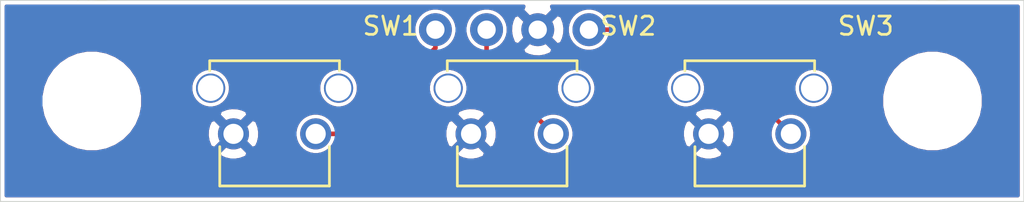
<source format=kicad_pcb>
(kicad_pcb (version 20171130) (host pcbnew "(5.1.5)-3")

  (general
    (thickness 1.6)
    (drawings 4)
    (tracks 7)
    (zones 0)
    (modules 9)
    (nets 5)
  )

  (page A4)
  (layers
    (0 F.Cu signal)
    (31 B.Cu signal)
    (32 B.Adhes user)
    (33 F.Adhes user)
    (34 B.Paste user)
    (35 F.Paste user)
    (36 B.SilkS user)
    (37 F.SilkS user)
    (38 B.Mask user)
    (39 F.Mask user)
    (40 Dwgs.User user)
    (41 Cmts.User user)
    (42 Eco1.User user)
    (43 Eco2.User user)
    (44 Edge.Cuts user)
    (45 Margin user)
    (46 B.CrtYd user)
    (47 F.CrtYd user)
    (48 B.Fab user)
    (49 F.Fab user)
  )

  (setup
    (last_trace_width 0.25)
    (trace_clearance 0.2)
    (zone_clearance 0.2)
    (zone_45_only no)
    (trace_min 0.2)
    (via_size 0.8)
    (via_drill 0.4)
    (via_min_size 0.4)
    (via_min_drill 0.3)
    (uvia_size 0.3)
    (uvia_drill 0.1)
    (uvias_allowed no)
    (uvia_min_size 0.2)
    (uvia_min_drill 0.1)
    (edge_width 0.05)
    (segment_width 0.2)
    (pcb_text_width 0.3)
    (pcb_text_size 1.5 1.5)
    (mod_edge_width 0.12)
    (mod_text_size 1 1)
    (mod_text_width 0.15)
    (pad_size 1.524 1.524)
    (pad_drill 0.762)
    (pad_to_mask_clearance 0.051)
    (solder_mask_min_width 0.1)
    (aux_axis_origin 0 0)
    (visible_elements 7EF9FFFF)
    (pcbplotparams
      (layerselection 0x010f0_ffffffff)
      (usegerberextensions false)
      (usegerberattributes false)
      (usegerberadvancedattributes false)
      (creategerberjobfile false)
      (excludeedgelayer true)
      (linewidth 0.100000)
      (plotframeref false)
      (viasonmask false)
      (mode 1)
      (useauxorigin false)
      (hpglpennumber 1)
      (hpglpenspeed 20)
      (hpglpendiameter 15.000000)
      (psnegative false)
      (psa4output false)
      (plotreference false)
      (plotvalue false)
      (plotinvisibletext false)
      (padsonsilk false)
      (subtractmaskfromsilk false)
      (outputformat 1)
      (mirror false)
      (drillshape 0)
      (scaleselection 1)
      (outputdirectory "../gerber/"))
  )

  (net 0 "")
  (net 1 "Net-(J1-Pad1)")
  (net 2 "Net-(J2-Pad1)")
  (net 3 "Net-(J3-Pad1)")
  (net 4 GND)

  (net_class Default "Dies ist die voreingestellte Netzklasse."
    (clearance 0.2)
    (trace_width 0.25)
    (via_dia 0.8)
    (via_drill 0.4)
    (uvia_dia 0.3)
    (uvia_drill 0.1)
    (add_net GND)
    (add_net "Net-(J1-Pad1)")
    (add_net "Net-(J2-Pad1)")
    (add_net "Net-(J3-Pad1)")
  )

  (module Wordclock_V1:Tl1105_RA (layer F.Cu) (tedit 5FDF7121) (tstamp 5FDB8500)
    (at 28 7.3)
    (path /5FDB5F10)
    (fp_text reference SW2 (at 6.35 -5.9) (layer F.SilkS)
      (effects (font (size 1 1) (thickness 0.15)))
    )
    (fp_text value SW_DIP_x01 (at -0.05 -6.8) (layer F.Fab)
      (effects (font (size 1 1) (thickness 0.15)))
    )
    (fp_line (start 5 -5) (end 5 3.5) (layer F.CrtYd) (width 0.12))
    (fp_line (start -5 -5) (end 5 -5) (layer F.CrtYd) (width 0.12))
    (fp_line (start -5 3.5) (end 5 3.5) (layer F.CrtYd) (width 0.12))
    (fp_line (start -5 -5) (end -5 3.5) (layer F.CrtYd) (width 0.12))
    (fp_line (start -3.55 -4) (end -3.55 -3.45) (layer F.SilkS) (width 0.15))
    (fp_line (start 3.55 -4) (end 3.55 -3.45) (layer F.SilkS) (width 0.15))
    (fp_line (start 3.55 -4) (end -3.55 -4) (layer F.SilkS) (width 0.15))
    (fp_line (start -3 2.85) (end -3 0.7) (layer F.SilkS) (width 0.15))
    (fp_line (start 3 2.85) (end 3 0.7) (layer F.SilkS) (width 0.15))
    (fp_line (start -3 2.85) (end 3 2.85) (layer F.SilkS) (width 0.15))
    (pad "" thru_hole circle (at 3.5 -2.5 90) (size 1.6 1.6) (drill 1.4) (layers *.Cu *.Mask))
    (pad "" thru_hole circle (at -3.5 -2.5 90) (size 1.6 1.6) (drill 1.4) (layers *.Cu *.Mask))
    (pad 2 thru_hole circle (at 2.25 0 90) (size 1.7 1.7) (drill 1.1) (layers *.Cu *.Mask)
      (net 2 "Net-(J2-Pad1)"))
    (pad 1 thru_hole circle (at -2.25 0 90) (size 1.7 1.7) (drill 1.1) (layers *.Cu *.Mask)
      (net 4 GND))
  )

  (module Wordclock_V1:pin (layer F.Cu) (tedit 5FDF4B09) (tstamp 5FDB84F0)
    (at 29.4 1.6)
    (path /5FDB7CBE)
    (fp_text reference J4 (at 5.65 -3.2) (layer F.SilkS)
      (effects (font (size 1 1) (thickness 0.15)))
    )
    (fp_text value Conn_01x01 (at 5.45 -5.5) (layer F.Fab)
      (effects (font (size 1 1) (thickness 0.15)))
    )
    (pad 1 thru_hole circle (at 0 0) (size 1.8 1.8) (drill 1) (layers *.Cu *.Mask)
      (net 4 GND))
  )

  (module Wordclock_V1:pin (layer F.Cu) (tedit 5FDF4B09) (tstamp 5FDB84EB)
    (at 32.2 1.6)
    (path /5FDB7A7A)
    (fp_text reference J3 (at 5.65 -3.2) (layer F.SilkS)
      (effects (font (size 1 1) (thickness 0.15)))
    )
    (fp_text value Conn_01x01 (at 5.45 -5.5) (layer F.Fab)
      (effects (font (size 1 1) (thickness 0.15)))
    )
    (pad 1 thru_hole circle (at 0 0) (size 1.8 1.8) (drill 1) (layers *.Cu *.Mask)
      (net 3 "Net-(J3-Pad1)"))
  )

  (module Wordclock_V1:pin (layer F.Cu) (tedit 5FDF4B09) (tstamp 5FDB84E6)
    (at 26.6 1.6)
    (path /5FDB7763)
    (fp_text reference J2 (at 5.65 -3.2) (layer F.SilkS)
      (effects (font (size 1 1) (thickness 0.15)))
    )
    (fp_text value Conn_01x01 (at 5.45 -5.5) (layer F.Fab)
      (effects (font (size 1 1) (thickness 0.15)))
    )
    (pad 1 thru_hole circle (at 0 0) (size 1.8 1.8) (drill 1) (layers *.Cu *.Mask)
      (net 2 "Net-(J2-Pad1)"))
  )

  (module Wordclock_V1:pin (layer F.Cu) (tedit 5FDF4B09) (tstamp 5FDB85CA)
    (at 23.8 1.6)
    (path /5FDB7251)
    (fp_text reference J1 (at 5.65 -3.2) (layer F.SilkS)
      (effects (font (size 1 1) (thickness 0.15)))
    )
    (fp_text value Conn_01x01 (at 5.45 -5.5) (layer F.Fab)
      (effects (font (size 1 1) (thickness 0.15)))
    )
    (pad 1 thru_hole circle (at 0 0) (size 1.8 1.8) (drill 1) (layers *.Cu *.Mask)
      (net 1 "Net-(J1-Pad1)"))
  )

  (module Wordclock_V1:MountingHole_5mm (layer F.Cu) (tedit 5FA9972E) (tstamp 5FDB864C)
    (at 5 5.5)
    (descr "Mounting Hole 5mm, no annular")
    (tags "mounting hole 5mm no annular")
    (path /5FDBD2F2)
    (attr virtual)
    (fp_text reference H2 (at 0 -6) (layer F.SilkS)
      (effects (font (size 1 1) (thickness 0.15)))
    )
    (fp_text value MountingHole (at 0 6) (layer F.Fab)
      (effects (font (size 1 1) (thickness 0.15)))
    )
    (fp_circle (center 0 0) (end 4 0) (layer F.CrtYd) (width 0.05))
    (fp_text user %R (at 0.3 0) (layer F.Fab)
      (effects (font (size 1 1) (thickness 0.15)))
    )
    (pad 1 np_thru_hole circle (at 0 0) (size 5 5) (drill 5) (layers *.Cu *.Mask))
  )

  (module Wordclock_V1:MountingHole_5mm (layer F.Cu) (tedit 5FA9972E) (tstamp 5FDB8645)
    (at 51 5.5)
    (descr "Mounting Hole 5mm, no annular")
    (tags "mounting hole 5mm no annular")
    (path /5FDBCC96)
    (attr virtual)
    (fp_text reference H1 (at 0 -6) (layer F.SilkS)
      (effects (font (size 1 1) (thickness 0.15)))
    )
    (fp_text value MountingHole (at 0 6) (layer F.Fab)
      (effects (font (size 1 1) (thickness 0.15)))
    )
    (fp_circle (center 0 0) (end 4 0) (layer F.CrtYd) (width 0.05))
    (fp_text user %R (at 0.3 0) (layer F.Fab)
      (effects (font (size 1 1) (thickness 0.15)))
    )
    (pad 1 np_thru_hole circle (at 0 0) (size 5 5) (drill 5) (layers *.Cu *.Mask))
  )

  (module Wordclock_V1:Tl1105_RA (layer F.Cu) (tedit 5FDF7121) (tstamp 5FDB8508)
    (at 41 7.3)
    (path /5FDB62BE)
    (fp_text reference SW3 (at 6.35 -5.9) (layer F.SilkS)
      (effects (font (size 1 1) (thickness 0.15)))
    )
    (fp_text value SW_DIP_x01 (at -0.05 -6.8) (layer F.Fab)
      (effects (font (size 1 1) (thickness 0.15)))
    )
    (fp_line (start 5 -5) (end 5 3.5) (layer F.CrtYd) (width 0.12))
    (fp_line (start -5 -5) (end 5 -5) (layer F.CrtYd) (width 0.12))
    (fp_line (start -5 3.5) (end 5 3.5) (layer F.CrtYd) (width 0.12))
    (fp_line (start -5 -5) (end -5 3.5) (layer F.CrtYd) (width 0.12))
    (fp_line (start -3.55 -4) (end -3.55 -3.45) (layer F.SilkS) (width 0.15))
    (fp_line (start 3.55 -4) (end 3.55 -3.45) (layer F.SilkS) (width 0.15))
    (fp_line (start 3.55 -4) (end -3.55 -4) (layer F.SilkS) (width 0.15))
    (fp_line (start -3 2.85) (end -3 0.7) (layer F.SilkS) (width 0.15))
    (fp_line (start 3 2.85) (end 3 0.7) (layer F.SilkS) (width 0.15))
    (fp_line (start -3 2.85) (end 3 2.85) (layer F.SilkS) (width 0.15))
    (pad "" thru_hole circle (at 3.5 -2.5 90) (size 1.6 1.6) (drill 1.4) (layers *.Cu *.Mask))
    (pad "" thru_hole circle (at -3.5 -2.5 90) (size 1.6 1.6) (drill 1.4) (layers *.Cu *.Mask))
    (pad 2 thru_hole circle (at 2.25 0 90) (size 1.7 1.7) (drill 1.1) (layers *.Cu *.Mask)
      (net 3 "Net-(J3-Pad1)"))
    (pad 1 thru_hole circle (at -2.25 0 90) (size 1.7 1.7) (drill 1.1) (layers *.Cu *.Mask)
      (net 4 GND))
  )

  (module Wordclock_V1:Tl1105_RA (layer F.Cu) (tedit 5FDF7121) (tstamp 5FDB84F8)
    (at 15 7.3)
    (path /5FDB5C3E)
    (fp_text reference SW1 (at 6.35 -5.9) (layer F.SilkS)
      (effects (font (size 1 1) (thickness 0.15)))
    )
    (fp_text value SW_DIP_x01 (at -0.05 -6.8) (layer F.Fab)
      (effects (font (size 1 1) (thickness 0.15)))
    )
    (fp_line (start 5 -5) (end 5 3.5) (layer F.CrtYd) (width 0.12))
    (fp_line (start -5 -5) (end 5 -5) (layer F.CrtYd) (width 0.12))
    (fp_line (start -5 3.5) (end 5 3.5) (layer F.CrtYd) (width 0.12))
    (fp_line (start -5 -5) (end -5 3.5) (layer F.CrtYd) (width 0.12))
    (fp_line (start -3.55 -4) (end -3.55 -3.45) (layer F.SilkS) (width 0.15))
    (fp_line (start 3.55 -4) (end 3.55 -3.45) (layer F.SilkS) (width 0.15))
    (fp_line (start 3.55 -4) (end -3.55 -4) (layer F.SilkS) (width 0.15))
    (fp_line (start -3 2.85) (end -3 0.7) (layer F.SilkS) (width 0.15))
    (fp_line (start 3 2.85) (end 3 0.7) (layer F.SilkS) (width 0.15))
    (fp_line (start -3 2.85) (end 3 2.85) (layer F.SilkS) (width 0.15))
    (pad "" thru_hole circle (at 3.5 -2.5 90) (size 1.6 1.6) (drill 1.4) (layers *.Cu *.Mask))
    (pad "" thru_hole circle (at -3.5 -2.5 90) (size 1.6 1.6) (drill 1.4) (layers *.Cu *.Mask))
    (pad 2 thru_hole circle (at 2.25 0 90) (size 1.7 1.7) (drill 1.1) (layers *.Cu *.Mask)
      (net 1 "Net-(J1-Pad1)"))
    (pad 1 thru_hole circle (at -2.25 0 90) (size 1.7 1.7) (drill 1.1) (layers *.Cu *.Mask)
      (net 4 GND))
  )

  (gr_line (start 0 11) (end 56 11) (layer Edge.Cuts) (width 0.05) (tstamp 5FDFAD36))
  (gr_line (start 0 0) (end 0 11) (layer Edge.Cuts) (width 0.05) (tstamp 5FDFAD31))
  (gr_line (start 56 0) (end 56 11) (layer Edge.Cuts) (width 0.05))
  (gr_line (start 0 0) (end 56 0) (layer Edge.Cuts) (width 0.05))

  (segment (start 23.8 2.6) (end 23.8 1.6) (width 0.25) (layer F.Cu) (net 1))
  (segment (start 17.25 7.3) (end 19.1 7.3) (width 0.25) (layer F.Cu) (net 1))
  (segment (start 19.1 7.3) (end 23.8 2.6) (width 0.25) (layer F.Cu) (net 1))
  (segment (start 26.6 3.65) (end 30.25 7.3) (width 0.25) (layer F.Cu) (net 2))
  (segment (start 26.6 1.6) (end 26.6 3.65) (width 0.25) (layer F.Cu) (net 2))
  (segment (start 37.55 1.6) (end 43.25 7.3) (width 0.25) (layer F.Cu) (net 3))
  (segment (start 32.2 1.6) (end 37.55 1.6) (width 0.25) (layer F.Cu) (net 3))

  (zone (net 4) (net_name GND) (layer F.Cu) (tstamp 5FDFAF6C) (hatch edge 0.508)
    (connect_pads (clearance 0.2))
    (min_thickness 0.2)
    (fill yes (arc_segments 32) (thermal_gap 0.5) (thermal_bridge_width 0.5))
    (polygon
      (pts
        (xy 56 11) (xy 0 11) (xy 0 0) (xy 56 0)
      )
    )
    (filled_polygon
      (pts
        (xy 28.552219 0.540087) (xy 29.4 1.387868) (xy 30.247781 0.540087) (xy 30.169805 0.325) (xy 55.675 0.325)
        (xy 55.675001 10.675) (xy 0.325 10.675) (xy 0.325 8.324159) (xy 11.937973 8.324159) (xy 12.019491 8.560655)
        (xy 12.279469 8.678948) (xy 12.557529 8.744248) (xy 12.842986 8.754046) (xy 13.12487 8.707967) (xy 13.392347 8.60778)
        (xy 13.480509 8.560655) (xy 13.562027 8.324159) (xy 12.75 7.512132) (xy 11.937973 8.324159) (xy 0.325 8.324159)
        (xy 0.325 5.224224) (xy 2.2 5.224224) (xy 2.2 5.775776) (xy 2.307602 6.31673) (xy 2.518672 6.826297)
        (xy 2.825098 7.284896) (xy 3.215104 7.674902) (xy 3.673703 7.981328) (xy 4.18327 8.192398) (xy 4.724224 8.3)
        (xy 5.275776 8.3) (xy 5.81673 8.192398) (xy 6.326297 7.981328) (xy 6.784896 7.674902) (xy 7.066812 7.392986)
        (xy 11.295954 7.392986) (xy 11.342033 7.67487) (xy 11.44222 7.942347) (xy 11.489345 8.030509) (xy 11.725841 8.112027)
        (xy 12.537868 7.3) (xy 12.962132 7.3) (xy 13.774159 8.112027) (xy 14.010655 8.030509) (xy 14.128948 7.770531)
        (xy 14.194248 7.492471) (xy 14.204046 7.207014) (xy 14.200732 7.186735) (xy 16.1 7.186735) (xy 16.1 7.413265)
        (xy 16.144194 7.635443) (xy 16.230884 7.844729) (xy 16.356737 8.033082) (xy 16.516918 8.193263) (xy 16.705271 8.319116)
        (xy 16.914557 8.405806) (xy 17.136735 8.45) (xy 17.363265 8.45) (xy 17.585443 8.405806) (xy 17.782554 8.324159)
        (xy 24.937973 8.324159) (xy 25.019491 8.560655) (xy 25.279469 8.678948) (xy 25.557529 8.744248) (xy 25.842986 8.754046)
        (xy 26.12487 8.707967) (xy 26.392347 8.60778) (xy 26.480509 8.560655) (xy 26.562027 8.324159) (xy 25.75 7.512132)
        (xy 24.937973 8.324159) (xy 17.782554 8.324159) (xy 17.794729 8.319116) (xy 17.983082 8.193263) (xy 18.143263 8.033082)
        (xy 18.269116 7.844729) (xy 18.31871 7.725) (xy 19.079133 7.725) (xy 19.1 7.727055) (xy 19.120867 7.725)
        (xy 19.120874 7.725) (xy 19.183314 7.71885) (xy 19.263427 7.694548) (xy 19.33726 7.655084) (xy 19.401974 7.601974)
        (xy 19.415284 7.585756) (xy 19.608054 7.392986) (xy 24.295954 7.392986) (xy 24.342033 7.67487) (xy 24.44222 7.942347)
        (xy 24.489345 8.030509) (xy 24.725841 8.112027) (xy 25.537868 7.3) (xy 25.962132 7.3) (xy 26.774159 8.112027)
        (xy 27.010655 8.030509) (xy 27.128948 7.770531) (xy 27.194248 7.492471) (xy 27.204046 7.207014) (xy 27.157967 6.92513)
        (xy 27.05778 6.657653) (xy 27.010655 6.569491) (xy 26.774159 6.487973) (xy 25.962132 7.3) (xy 25.537868 7.3)
        (xy 24.725841 6.487973) (xy 24.489345 6.569491) (xy 24.371052 6.829469) (xy 24.305752 7.107529) (xy 24.295954 7.392986)
        (xy 19.608054 7.392986) (xy 20.725199 6.275841) (xy 24.937973 6.275841) (xy 25.75 7.087868) (xy 26.562027 6.275841)
        (xy 26.480509 6.039345) (xy 26.220531 5.921052) (xy 25.942471 5.855752) (xy 25.657014 5.845954) (xy 25.37513 5.892033)
        (xy 25.107653 5.99222) (xy 25.019491 6.039345) (xy 24.937973 6.275841) (xy 20.725199 6.275841) (xy 22.309381 4.691659)
        (xy 23.4 4.691659) (xy 23.4 4.908341) (xy 23.442273 5.120858) (xy 23.525193 5.321045) (xy 23.645575 5.501209)
        (xy 23.798791 5.654425) (xy 23.978955 5.774807) (xy 24.179142 5.857727) (xy 24.391659 5.9) (xy 24.608341 5.9)
        (xy 24.820858 5.857727) (xy 25.021045 5.774807) (xy 25.201209 5.654425) (xy 25.354425 5.501209) (xy 25.474807 5.321045)
        (xy 25.557727 5.120858) (xy 25.6 4.908341) (xy 25.6 4.691659) (xy 25.557727 4.479142) (xy 25.474807 4.278955)
        (xy 25.354425 4.098791) (xy 25.201209 3.945575) (xy 25.021045 3.825193) (xy 24.820858 3.742273) (xy 24.608341 3.7)
        (xy 24.391659 3.7) (xy 24.179142 3.742273) (xy 23.978955 3.825193) (xy 23.798791 3.945575) (xy 23.645575 4.098791)
        (xy 23.525193 4.278955) (xy 23.442273 4.479142) (xy 23.4 4.691659) (xy 22.309381 4.691659) (xy 24.085763 2.915278)
        (xy 24.101974 2.901974) (xy 24.155084 2.83726) (xy 24.180801 2.789145) (xy 24.194548 2.763428) (xy 24.204257 2.731421)
        (xy 24.368413 2.663426) (xy 24.564955 2.532101) (xy 24.732101 2.364955) (xy 24.863426 2.168413) (xy 24.953884 1.950027)
        (xy 25 1.71819) (xy 25 1.48181) (xy 25.4 1.48181) (xy 25.4 1.71819) (xy 25.446116 1.950027)
        (xy 25.536574 2.168413) (xy 25.667899 2.364955) (xy 25.835045 2.532101) (xy 26.031587 2.663426) (xy 26.175001 2.72283)
        (xy 26.175001 3.629123) (xy 26.172945 3.65) (xy 26.18115 3.733314) (xy 26.205453 3.813427) (xy 26.244917 3.88726)
        (xy 26.298027 3.951974) (xy 26.314239 3.965279) (xy 29.193788 6.844828) (xy 29.144194 6.964557) (xy 29.1 7.186735)
        (xy 29.1 7.413265) (xy 29.144194 7.635443) (xy 29.230884 7.844729) (xy 29.356737 8.033082) (xy 29.516918 8.193263)
        (xy 29.705271 8.319116) (xy 29.914557 8.405806) (xy 30.136735 8.45) (xy 30.363265 8.45) (xy 30.585443 8.405806)
        (xy 30.782554 8.324159) (xy 37.937973 8.324159) (xy 38.019491 8.560655) (xy 38.279469 8.678948) (xy 38.557529 8.744248)
        (xy 38.842986 8.754046) (xy 39.12487 8.707967) (xy 39.392347 8.60778) (xy 39.480509 8.560655) (xy 39.562027 8.324159)
        (xy 38.75 7.512132) (xy 37.937973 8.324159) (xy 30.782554 8.324159) (xy 30.794729 8.319116) (xy 30.983082 8.193263)
        (xy 31.143263 8.033082) (xy 31.269116 7.844729) (xy 31.355806 7.635443) (xy 31.4 7.413265) (xy 31.4 7.392986)
        (xy 37.295954 7.392986) (xy 37.342033 7.67487) (xy 37.44222 7.942347) (xy 37.489345 8.030509) (xy 37.725841 8.112027)
        (xy 38.537868 7.3) (xy 38.962132 7.3) (xy 39.774159 8.112027) (xy 40.010655 8.030509) (xy 40.128948 7.770531)
        (xy 40.194248 7.492471) (xy 40.204046 7.207014) (xy 40.157967 6.92513) (xy 40.05778 6.657653) (xy 40.010655 6.569491)
        (xy 39.774159 6.487973) (xy 38.962132 7.3) (xy 38.537868 7.3) (xy 37.725841 6.487973) (xy 37.489345 6.569491)
        (xy 37.371052 6.829469) (xy 37.305752 7.107529) (xy 37.295954 7.392986) (xy 31.4 7.392986) (xy 31.4 7.186735)
        (xy 31.355806 6.964557) (xy 31.269116 6.755271) (xy 31.143263 6.566918) (xy 30.983082 6.406737) (xy 30.794729 6.280884)
        (xy 30.782555 6.275841) (xy 37.937973 6.275841) (xy 38.75 7.087868) (xy 39.562027 6.275841) (xy 39.480509 6.039345)
        (xy 39.220531 5.921052) (xy 38.942471 5.855752) (xy 38.657014 5.845954) (xy 38.37513 5.892033) (xy 38.107653 5.99222)
        (xy 38.019491 6.039345) (xy 37.937973 6.275841) (xy 30.782555 6.275841) (xy 30.585443 6.194194) (xy 30.363265 6.15)
        (xy 30.136735 6.15) (xy 29.914557 6.194194) (xy 29.794828 6.243788) (xy 28.242699 4.691659) (xy 30.4 4.691659)
        (xy 30.4 4.908341) (xy 30.442273 5.120858) (xy 30.525193 5.321045) (xy 30.645575 5.501209) (xy 30.798791 5.654425)
        (xy 30.978955 5.774807) (xy 31.179142 5.857727) (xy 31.391659 5.9) (xy 31.608341 5.9) (xy 31.820858 5.857727)
        (xy 32.021045 5.774807) (xy 32.201209 5.654425) (xy 32.354425 5.501209) (xy 32.474807 5.321045) (xy 32.557727 5.120858)
        (xy 32.6 4.908341) (xy 32.6 4.691659) (xy 36.4 4.691659) (xy 36.4 4.908341) (xy 36.442273 5.120858)
        (xy 36.525193 5.321045) (xy 36.645575 5.501209) (xy 36.798791 5.654425) (xy 36.978955 5.774807) (xy 37.179142 5.857727)
        (xy 37.391659 5.9) (xy 37.608341 5.9) (xy 37.820858 5.857727) (xy 38.021045 5.774807) (xy 38.201209 5.654425)
        (xy 38.354425 5.501209) (xy 38.474807 5.321045) (xy 38.557727 5.120858) (xy 38.6 4.908341) (xy 38.6 4.691659)
        (xy 38.557727 4.479142) (xy 38.474807 4.278955) (xy 38.354425 4.098791) (xy 38.201209 3.945575) (xy 38.021045 3.825193)
        (xy 37.820858 3.742273) (xy 37.608341 3.7) (xy 37.391659 3.7) (xy 37.179142 3.742273) (xy 36.978955 3.825193)
        (xy 36.798791 3.945575) (xy 36.645575 4.098791) (xy 36.525193 4.278955) (xy 36.442273 4.479142) (xy 36.4 4.691659)
        (xy 32.6 4.691659) (xy 32.557727 4.479142) (xy 32.474807 4.278955) (xy 32.354425 4.098791) (xy 32.201209 3.945575)
        (xy 32.021045 3.825193) (xy 31.820858 3.742273) (xy 31.608341 3.7) (xy 31.391659 3.7) (xy 31.179142 3.742273)
        (xy 30.978955 3.825193) (xy 30.798791 3.945575) (xy 30.645575 4.098791) (xy 30.525193 4.278955) (xy 30.442273 4.479142)
        (xy 30.4 4.691659) (xy 28.242699 4.691659) (xy 27.025 3.47396) (xy 27.025 2.722829) (xy 27.168413 2.663426)
        (xy 27.17367 2.659913) (xy 28.552219 2.659913) (xy 28.639806 2.901512) (xy 28.908326 3.02481) (xy 29.19574 3.093354)
        (xy 29.491004 3.104509) (xy 29.782771 3.057846) (xy 30.059828 2.95516) (xy 30.160194 2.901512) (xy 30.247781 2.659913)
        (xy 29.4 1.812132) (xy 28.552219 2.659913) (xy 27.17367 2.659913) (xy 27.364955 2.532101) (xy 27.532101 2.364955)
        (xy 27.663426 2.168413) (xy 27.753884 1.950027) (xy 27.8 1.71819) (xy 27.8 1.691004) (xy 27.895491 1.691004)
        (xy 27.942154 1.982771) (xy 28.04484 2.259828) (xy 28.098488 2.360194) (xy 28.340087 2.447781) (xy 29.187868 1.6)
        (xy 29.612132 1.6) (xy 30.459913 2.447781) (xy 30.701512 2.360194) (xy 30.82481 2.091674) (xy 30.893354 1.80426)
        (xy 30.904509 1.508996) (xy 30.900162 1.48181) (xy 31 1.48181) (xy 31 1.71819) (xy 31.046116 1.950027)
        (xy 31.136574 2.168413) (xy 31.267899 2.364955) (xy 31.435045 2.532101) (xy 31.631587 2.663426) (xy 31.849973 2.753884)
        (xy 32.08181 2.8) (xy 32.31819 2.8) (xy 32.550027 2.753884) (xy 32.768413 2.663426) (xy 32.964955 2.532101)
        (xy 33.132101 2.364955) (xy 33.263426 2.168413) (xy 33.322829 2.025) (xy 37.37396 2.025) (xy 42.193788 6.844829)
        (xy 42.144194 6.964557) (xy 42.1 7.186735) (xy 42.1 7.413265) (xy 42.144194 7.635443) (xy 42.230884 7.844729)
        (xy 42.356737 8.033082) (xy 42.516918 8.193263) (xy 42.705271 8.319116) (xy 42.914557 8.405806) (xy 43.136735 8.45)
        (xy 43.363265 8.45) (xy 43.585443 8.405806) (xy 43.794729 8.319116) (xy 43.983082 8.193263) (xy 44.143263 8.033082)
        (xy 44.269116 7.844729) (xy 44.355806 7.635443) (xy 44.4 7.413265) (xy 44.4 7.186735) (xy 44.355806 6.964557)
        (xy 44.269116 6.755271) (xy 44.143263 6.566918) (xy 43.983082 6.406737) (xy 43.794729 6.280884) (xy 43.585443 6.194194)
        (xy 43.363265 6.15) (xy 43.136735 6.15) (xy 42.914557 6.194194) (xy 42.794829 6.243788) (xy 41.2427 4.691659)
        (xy 43.4 4.691659) (xy 43.4 4.908341) (xy 43.442273 5.120858) (xy 43.525193 5.321045) (xy 43.645575 5.501209)
        (xy 43.798791 5.654425) (xy 43.978955 5.774807) (xy 44.179142 5.857727) (xy 44.391659 5.9) (xy 44.608341 5.9)
        (xy 44.820858 5.857727) (xy 45.021045 5.774807) (xy 45.201209 5.654425) (xy 45.354425 5.501209) (xy 45.474807 5.321045)
        (xy 45.514911 5.224224) (xy 48.2 5.224224) (xy 48.2 5.775776) (xy 48.307602 6.31673) (xy 48.518672 6.826297)
        (xy 48.825098 7.284896) (xy 49.215104 7.674902) (xy 49.673703 7.981328) (xy 50.18327 8.192398) (xy 50.724224 8.3)
        (xy 51.275776 8.3) (xy 51.81673 8.192398) (xy 52.326297 7.981328) (xy 52.784896 7.674902) (xy 53.174902 7.284896)
        (xy 53.481328 6.826297) (xy 53.692398 6.31673) (xy 53.8 5.775776) (xy 53.8 5.224224) (xy 53.692398 4.68327)
        (xy 53.481328 4.173703) (xy 53.174902 3.715104) (xy 52.784896 3.325098) (xy 52.326297 3.018672) (xy 51.81673 2.807602)
        (xy 51.275776 2.7) (xy 50.724224 2.7) (xy 50.18327 2.807602) (xy 49.673703 3.018672) (xy 49.215104 3.325098)
        (xy 48.825098 3.715104) (xy 48.518672 4.173703) (xy 48.307602 4.68327) (xy 48.2 5.224224) (xy 45.514911 5.224224)
        (xy 45.557727 5.120858) (xy 45.6 4.908341) (xy 45.6 4.691659) (xy 45.557727 4.479142) (xy 45.474807 4.278955)
        (xy 45.354425 4.098791) (xy 45.201209 3.945575) (xy 45.021045 3.825193) (xy 44.820858 3.742273) (xy 44.608341 3.7)
        (xy 44.391659 3.7) (xy 44.179142 3.742273) (xy 43.978955 3.825193) (xy 43.798791 3.945575) (xy 43.645575 4.098791)
        (xy 43.525193 4.278955) (xy 43.442273 4.479142) (xy 43.4 4.691659) (xy 41.2427 4.691659) (xy 37.865284 1.314244)
        (xy 37.851974 1.298026) (xy 37.78726 1.244916) (xy 37.713427 1.205452) (xy 37.633314 1.18115) (xy 37.570874 1.175)
        (xy 37.570867 1.175) (xy 37.55 1.172945) (xy 37.529133 1.175) (xy 33.322829 1.175) (xy 33.263426 1.031587)
        (xy 33.132101 0.835045) (xy 32.964955 0.667899) (xy 32.768413 0.536574) (xy 32.550027 0.446116) (xy 32.31819 0.4)
        (xy 32.08181 0.4) (xy 31.849973 0.446116) (xy 31.631587 0.536574) (xy 31.435045 0.667899) (xy 31.267899 0.835045)
        (xy 31.136574 1.031587) (xy 31.046116 1.249973) (xy 31 1.48181) (xy 30.900162 1.48181) (xy 30.857846 1.217229)
        (xy 30.75516 0.940172) (xy 30.701512 0.839806) (xy 30.459913 0.752219) (xy 29.612132 1.6) (xy 29.187868 1.6)
        (xy 28.340087 0.752219) (xy 28.098488 0.839806) (xy 27.97519 1.108326) (xy 27.906646 1.39574) (xy 27.895491 1.691004)
        (xy 27.8 1.691004) (xy 27.8 1.48181) (xy 27.753884 1.249973) (xy 27.663426 1.031587) (xy 27.532101 0.835045)
        (xy 27.364955 0.667899) (xy 27.168413 0.536574) (xy 26.950027 0.446116) (xy 26.71819 0.4) (xy 26.48181 0.4)
        (xy 26.249973 0.446116) (xy 26.031587 0.536574) (xy 25.835045 0.667899) (xy 25.667899 0.835045) (xy 25.536574 1.031587)
        (xy 25.446116 1.249973) (xy 25.4 1.48181) (xy 25 1.48181) (xy 24.953884 1.249973) (xy 24.863426 1.031587)
        (xy 24.732101 0.835045) (xy 24.564955 0.667899) (xy 24.368413 0.536574) (xy 24.150027 0.446116) (xy 23.91819 0.4)
        (xy 23.68181 0.4) (xy 23.449973 0.446116) (xy 23.231587 0.536574) (xy 23.035045 0.667899) (xy 22.867899 0.835045)
        (xy 22.736574 1.031587) (xy 22.646116 1.249973) (xy 22.6 1.48181) (xy 22.6 1.71819) (xy 22.646116 1.950027)
        (xy 22.736574 2.168413) (xy 22.867899 2.364955) (xy 23.035045 2.532101) (xy 23.174007 2.624952) (xy 18.92396 6.875)
        (xy 18.31871 6.875) (xy 18.269116 6.755271) (xy 18.143263 6.566918) (xy 17.983082 6.406737) (xy 17.794729 6.280884)
        (xy 17.585443 6.194194) (xy 17.363265 6.15) (xy 17.136735 6.15) (xy 16.914557 6.194194) (xy 16.705271 6.280884)
        (xy 16.516918 6.406737) (xy 16.356737 6.566918) (xy 16.230884 6.755271) (xy 16.144194 6.964557) (xy 16.1 7.186735)
        (xy 14.200732 7.186735) (xy 14.157967 6.92513) (xy 14.05778 6.657653) (xy 14.010655 6.569491) (xy 13.774159 6.487973)
        (xy 12.962132 7.3) (xy 12.537868 7.3) (xy 11.725841 6.487973) (xy 11.489345 6.569491) (xy 11.371052 6.829469)
        (xy 11.305752 7.107529) (xy 11.295954 7.392986) (xy 7.066812 7.392986) (xy 7.174902 7.284896) (xy 7.481328 6.826297)
        (xy 7.692398 6.31673) (xy 7.700531 6.275841) (xy 11.937973 6.275841) (xy 12.75 7.087868) (xy 13.562027 6.275841)
        (xy 13.480509 6.039345) (xy 13.220531 5.921052) (xy 12.942471 5.855752) (xy 12.657014 5.845954) (xy 12.37513 5.892033)
        (xy 12.107653 5.99222) (xy 12.019491 6.039345) (xy 11.937973 6.275841) (xy 7.700531 6.275841) (xy 7.8 5.775776)
        (xy 7.8 5.224224) (xy 7.694067 4.691659) (xy 10.4 4.691659) (xy 10.4 4.908341) (xy 10.442273 5.120858)
        (xy 10.525193 5.321045) (xy 10.645575 5.501209) (xy 10.798791 5.654425) (xy 10.978955 5.774807) (xy 11.179142 5.857727)
        (xy 11.391659 5.9) (xy 11.608341 5.9) (xy 11.820858 5.857727) (xy 12.021045 5.774807) (xy 12.201209 5.654425)
        (xy 12.354425 5.501209) (xy 12.474807 5.321045) (xy 12.557727 5.120858) (xy 12.6 4.908341) (xy 12.6 4.691659)
        (xy 17.4 4.691659) (xy 17.4 4.908341) (xy 17.442273 5.120858) (xy 17.525193 5.321045) (xy 17.645575 5.501209)
        (xy 17.798791 5.654425) (xy 17.978955 5.774807) (xy 18.179142 5.857727) (xy 18.391659 5.9) (xy 18.608341 5.9)
        (xy 18.820858 5.857727) (xy 19.021045 5.774807) (xy 19.201209 5.654425) (xy 19.354425 5.501209) (xy 19.474807 5.321045)
        (xy 19.557727 5.120858) (xy 19.6 4.908341) (xy 19.6 4.691659) (xy 19.557727 4.479142) (xy 19.474807 4.278955)
        (xy 19.354425 4.098791) (xy 19.201209 3.945575) (xy 19.021045 3.825193) (xy 18.820858 3.742273) (xy 18.608341 3.7)
        (xy 18.391659 3.7) (xy 18.179142 3.742273) (xy 17.978955 3.825193) (xy 17.798791 3.945575) (xy 17.645575 4.098791)
        (xy 17.525193 4.278955) (xy 17.442273 4.479142) (xy 17.4 4.691659) (xy 12.6 4.691659) (xy 12.557727 4.479142)
        (xy 12.474807 4.278955) (xy 12.354425 4.098791) (xy 12.201209 3.945575) (xy 12.021045 3.825193) (xy 11.820858 3.742273)
        (xy 11.608341 3.7) (xy 11.391659 3.7) (xy 11.179142 3.742273) (xy 10.978955 3.825193) (xy 10.798791 3.945575)
        (xy 10.645575 4.098791) (xy 10.525193 4.278955) (xy 10.442273 4.479142) (xy 10.4 4.691659) (xy 7.694067 4.691659)
        (xy 7.692398 4.68327) (xy 7.481328 4.173703) (xy 7.174902 3.715104) (xy 6.784896 3.325098) (xy 6.326297 3.018672)
        (xy 5.81673 2.807602) (xy 5.275776 2.7) (xy 4.724224 2.7) (xy 4.18327 2.807602) (xy 3.673703 3.018672)
        (xy 3.215104 3.325098) (xy 2.825098 3.715104) (xy 2.518672 4.173703) (xy 2.307602 4.68327) (xy 2.2 5.224224)
        (xy 0.325 5.224224) (xy 0.325 0.325) (xy 28.630195 0.325)
      )
    )
  )
  (zone (net 4) (net_name GND) (layer B.Cu) (tstamp 5FDFAF69) (hatch edge 0.508)
    (connect_pads (clearance 0.2))
    (min_thickness 0.2)
    (fill yes (arc_segments 32) (thermal_gap 0.5) (thermal_bridge_width 0.5))
    (polygon
      (pts
        (xy 56 11) (xy 0 11) (xy 0 0) (xy 56 0)
      )
    )
    (filled_polygon
      (pts
        (xy 28.552219 0.540087) (xy 29.4 1.387868) (xy 30.247781 0.540087) (xy 30.169805 0.325) (xy 55.675 0.325)
        (xy 55.675001 10.675) (xy 0.325 10.675) (xy 0.325 8.324159) (xy 11.937973 8.324159) (xy 12.019491 8.560655)
        (xy 12.279469 8.678948) (xy 12.557529 8.744248) (xy 12.842986 8.754046) (xy 13.12487 8.707967) (xy 13.392347 8.60778)
        (xy 13.480509 8.560655) (xy 13.562027 8.324159) (xy 12.75 7.512132) (xy 11.937973 8.324159) (xy 0.325 8.324159)
        (xy 0.325 5.224224) (xy 2.2 5.224224) (xy 2.2 5.775776) (xy 2.307602 6.31673) (xy 2.518672 6.826297)
        (xy 2.825098 7.284896) (xy 3.215104 7.674902) (xy 3.673703 7.981328) (xy 4.18327 8.192398) (xy 4.724224 8.3)
        (xy 5.275776 8.3) (xy 5.81673 8.192398) (xy 6.326297 7.981328) (xy 6.784896 7.674902) (xy 7.066812 7.392986)
        (xy 11.295954 7.392986) (xy 11.342033 7.67487) (xy 11.44222 7.942347) (xy 11.489345 8.030509) (xy 11.725841 8.112027)
        (xy 12.537868 7.3) (xy 12.962132 7.3) (xy 13.774159 8.112027) (xy 14.010655 8.030509) (xy 14.128948 7.770531)
        (xy 14.194248 7.492471) (xy 14.204046 7.207014) (xy 14.200732 7.186735) (xy 16.1 7.186735) (xy 16.1 7.413265)
        (xy 16.144194 7.635443) (xy 16.230884 7.844729) (xy 16.356737 8.033082) (xy 16.516918 8.193263) (xy 16.705271 8.319116)
        (xy 16.914557 8.405806) (xy 17.136735 8.45) (xy 17.363265 8.45) (xy 17.585443 8.405806) (xy 17.782554 8.324159)
        (xy 24.937973 8.324159) (xy 25.019491 8.560655) (xy 25.279469 8.678948) (xy 25.557529 8.744248) (xy 25.842986 8.754046)
        (xy 26.12487 8.707967) (xy 26.392347 8.60778) (xy 26.480509 8.560655) (xy 26.562027 8.324159) (xy 25.75 7.512132)
        (xy 24.937973 8.324159) (xy 17.782554 8.324159) (xy 17.794729 8.319116) (xy 17.983082 8.193263) (xy 18.143263 8.033082)
        (xy 18.269116 7.844729) (xy 18.355806 7.635443) (xy 18.4 7.413265) (xy 18.4 7.392986) (xy 24.295954 7.392986)
        (xy 24.342033 7.67487) (xy 24.44222 7.942347) (xy 24.489345 8.030509) (xy 24.725841 8.112027) (xy 25.537868 7.3)
        (xy 25.962132 7.3) (xy 26.774159 8.112027) (xy 27.010655 8.030509) (xy 27.128948 7.770531) (xy 27.194248 7.492471)
        (xy 27.204046 7.207014) (xy 27.200732 7.186735) (xy 29.1 7.186735) (xy 29.1 7.413265) (xy 29.144194 7.635443)
        (xy 29.230884 7.844729) (xy 29.356737 8.033082) (xy 29.516918 8.193263) (xy 29.705271 8.319116) (xy 29.914557 8.405806)
        (xy 30.136735 8.45) (xy 30.363265 8.45) (xy 30.585443 8.405806) (xy 30.782554 8.324159) (xy 37.937973 8.324159)
        (xy 38.019491 8.560655) (xy 38.279469 8.678948) (xy 38.557529 8.744248) (xy 38.842986 8.754046) (xy 39.12487 8.707967)
        (xy 39.392347 8.60778) (xy 39.480509 8.560655) (xy 39.562027 8.324159) (xy 38.75 7.512132) (xy 37.937973 8.324159)
        (xy 30.782554 8.324159) (xy 30.794729 8.319116) (xy 30.983082 8.193263) (xy 31.143263 8.033082) (xy 31.269116 7.844729)
        (xy 31.355806 7.635443) (xy 31.4 7.413265) (xy 31.4 7.392986) (xy 37.295954 7.392986) (xy 37.342033 7.67487)
        (xy 37.44222 7.942347) (xy 37.489345 8.030509) (xy 37.725841 8.112027) (xy 38.537868 7.3) (xy 38.962132 7.3)
        (xy 39.774159 8.112027) (xy 40.010655 8.030509) (xy 40.128948 7.770531) (xy 40.194248 7.492471) (xy 40.204046 7.207014)
        (xy 40.200732 7.186735) (xy 42.1 7.186735) (xy 42.1 7.413265) (xy 42.144194 7.635443) (xy 42.230884 7.844729)
        (xy 42.356737 8.033082) (xy 42.516918 8.193263) (xy 42.705271 8.319116) (xy 42.914557 8.405806) (xy 43.136735 8.45)
        (xy 43.363265 8.45) (xy 43.585443 8.405806) (xy 43.794729 8.319116) (xy 43.983082 8.193263) (xy 44.143263 8.033082)
        (xy 44.269116 7.844729) (xy 44.355806 7.635443) (xy 44.4 7.413265) (xy 44.4 7.186735) (xy 44.355806 6.964557)
        (xy 44.269116 6.755271) (xy 44.143263 6.566918) (xy 43.983082 6.406737) (xy 43.794729 6.280884) (xy 43.585443 6.194194)
        (xy 43.363265 6.15) (xy 43.136735 6.15) (xy 42.914557 6.194194) (xy 42.705271 6.280884) (xy 42.516918 6.406737)
        (xy 42.356737 6.566918) (xy 42.230884 6.755271) (xy 42.144194 6.964557) (xy 42.1 7.186735) (xy 40.200732 7.186735)
        (xy 40.157967 6.92513) (xy 40.05778 6.657653) (xy 40.010655 6.569491) (xy 39.774159 6.487973) (xy 38.962132 7.3)
        (xy 38.537868 7.3) (xy 37.725841 6.487973) (xy 37.489345 6.569491) (xy 37.371052 6.829469) (xy 37.305752 7.107529)
        (xy 37.295954 7.392986) (xy 31.4 7.392986) (xy 31.4 7.186735) (xy 31.355806 6.964557) (xy 31.269116 6.755271)
        (xy 31.143263 6.566918) (xy 30.983082 6.406737) (xy 30.794729 6.280884) (xy 30.782555 6.275841) (xy 37.937973 6.275841)
        (xy 38.75 7.087868) (xy 39.562027 6.275841) (xy 39.480509 6.039345) (xy 39.220531 5.921052) (xy 38.942471 5.855752)
        (xy 38.657014 5.845954) (xy 38.37513 5.892033) (xy 38.107653 5.99222) (xy 38.019491 6.039345) (xy 37.937973 6.275841)
        (xy 30.782555 6.275841) (xy 30.585443 6.194194) (xy 30.363265 6.15) (xy 30.136735 6.15) (xy 29.914557 6.194194)
        (xy 29.705271 6.280884) (xy 29.516918 6.406737) (xy 29.356737 6.566918) (xy 29.230884 6.755271) (xy 29.144194 6.964557)
        (xy 29.1 7.186735) (xy 27.200732 7.186735) (xy 27.157967 6.92513) (xy 27.05778 6.657653) (xy 27.010655 6.569491)
        (xy 26.774159 6.487973) (xy 25.962132 7.3) (xy 25.537868 7.3) (xy 24.725841 6.487973) (xy 24.489345 6.569491)
        (xy 24.371052 6.829469) (xy 24.305752 7.107529) (xy 24.295954 7.392986) (xy 18.4 7.392986) (xy 18.4 7.186735)
        (xy 18.355806 6.964557) (xy 18.269116 6.755271) (xy 18.143263 6.566918) (xy 17.983082 6.406737) (xy 17.794729 6.280884)
        (xy 17.782555 6.275841) (xy 24.937973 6.275841) (xy 25.75 7.087868) (xy 26.562027 6.275841) (xy 26.480509 6.039345)
        (xy 26.220531 5.921052) (xy 25.942471 5.855752) (xy 25.657014 5.845954) (xy 25.37513 5.892033) (xy 25.107653 5.99222)
        (xy 25.019491 6.039345) (xy 24.937973 6.275841) (xy 17.782555 6.275841) (xy 17.585443 6.194194) (xy 17.363265 6.15)
        (xy 17.136735 6.15) (xy 16.914557 6.194194) (xy 16.705271 6.280884) (xy 16.516918 6.406737) (xy 16.356737 6.566918)
        (xy 16.230884 6.755271) (xy 16.144194 6.964557) (xy 16.1 7.186735) (xy 14.200732 7.186735) (xy 14.157967 6.92513)
        (xy 14.05778 6.657653) (xy 14.010655 6.569491) (xy 13.774159 6.487973) (xy 12.962132 7.3) (xy 12.537868 7.3)
        (xy 11.725841 6.487973) (xy 11.489345 6.569491) (xy 11.371052 6.829469) (xy 11.305752 7.107529) (xy 11.295954 7.392986)
        (xy 7.066812 7.392986) (xy 7.174902 7.284896) (xy 7.481328 6.826297) (xy 7.692398 6.31673) (xy 7.700531 6.275841)
        (xy 11.937973 6.275841) (xy 12.75 7.087868) (xy 13.562027 6.275841) (xy 13.480509 6.039345) (xy 13.220531 5.921052)
        (xy 12.942471 5.855752) (xy 12.657014 5.845954) (xy 12.37513 5.892033) (xy 12.107653 5.99222) (xy 12.019491 6.039345)
        (xy 11.937973 6.275841) (xy 7.700531 6.275841) (xy 7.8 5.775776) (xy 7.8 5.224224) (xy 7.694067 4.691659)
        (xy 10.4 4.691659) (xy 10.4 4.908341) (xy 10.442273 5.120858) (xy 10.525193 5.321045) (xy 10.645575 5.501209)
        (xy 10.798791 5.654425) (xy 10.978955 5.774807) (xy 11.179142 5.857727) (xy 11.391659 5.9) (xy 11.608341 5.9)
        (xy 11.820858 5.857727) (xy 12.021045 5.774807) (xy 12.201209 5.654425) (xy 12.354425 5.501209) (xy 12.474807 5.321045)
        (xy 12.557727 5.120858) (xy 12.6 4.908341) (xy 12.6 4.691659) (xy 17.4 4.691659) (xy 17.4 4.908341)
        (xy 17.442273 5.120858) (xy 17.525193 5.321045) (xy 17.645575 5.501209) (xy 17.798791 5.654425) (xy 17.978955 5.774807)
        (xy 18.179142 5.857727) (xy 18.391659 5.9) (xy 18.608341 5.9) (xy 18.820858 5.857727) (xy 19.021045 5.774807)
        (xy 19.201209 5.654425) (xy 19.354425 5.501209) (xy 19.474807 5.321045) (xy 19.557727 5.120858) (xy 19.6 4.908341)
        (xy 19.6 4.691659) (xy 23.4 4.691659) (xy 23.4 4.908341) (xy 23.442273 5.120858) (xy 23.525193 5.321045)
        (xy 23.645575 5.501209) (xy 23.798791 5.654425) (xy 23.978955 5.774807) (xy 24.179142 5.857727) (xy 24.391659 5.9)
        (xy 24.608341 5.9) (xy 24.820858 5.857727) (xy 25.021045 5.774807) (xy 25.201209 5.654425) (xy 25.354425 5.501209)
        (xy 25.474807 5.321045) (xy 25.557727 5.120858) (xy 25.6 4.908341) (xy 25.6 4.691659) (xy 30.4 4.691659)
        (xy 30.4 4.908341) (xy 30.442273 5.120858) (xy 30.525193 5.321045) (xy 30.645575 5.501209) (xy 30.798791 5.654425)
        (xy 30.978955 5.774807) (xy 31.179142 5.857727) (xy 31.391659 5.9) (xy 31.608341 5.9) (xy 31.820858 5.857727)
        (xy 32.021045 5.774807) (xy 32.201209 5.654425) (xy 32.354425 5.501209) (xy 32.474807 5.321045) (xy 32.557727 5.120858)
        (xy 32.6 4.908341) (xy 32.6 4.691659) (xy 36.4 4.691659) (xy 36.4 4.908341) (xy 36.442273 5.120858)
        (xy 36.525193 5.321045) (xy 36.645575 5.501209) (xy 36.798791 5.654425) (xy 36.978955 5.774807) (xy 37.179142 5.857727)
        (xy 37.391659 5.9) (xy 37.608341 5.9) (xy 37.820858 5.857727) (xy 38.021045 5.774807) (xy 38.201209 5.654425)
        (xy 38.354425 5.501209) (xy 38.474807 5.321045) (xy 38.557727 5.120858) (xy 38.6 4.908341) (xy 38.6 4.691659)
        (xy 43.4 4.691659) (xy 43.4 4.908341) (xy 43.442273 5.120858) (xy 43.525193 5.321045) (xy 43.645575 5.501209)
        (xy 43.798791 5.654425) (xy 43.978955 5.774807) (xy 44.179142 5.857727) (xy 44.391659 5.9) (xy 44.608341 5.9)
        (xy 44.820858 5.857727) (xy 45.021045 5.774807) (xy 45.201209 5.654425) (xy 45.354425 5.501209) (xy 45.474807 5.321045)
        (xy 45.514911 5.224224) (xy 48.2 5.224224) (xy 48.2 5.775776) (xy 48.307602 6.31673) (xy 48.518672 6.826297)
        (xy 48.825098 7.284896) (xy 49.215104 7.674902) (xy 49.673703 7.981328) (xy 50.18327 8.192398) (xy 50.724224 8.3)
        (xy 51.275776 8.3) (xy 51.81673 8.192398) (xy 52.326297 7.981328) (xy 52.784896 7.674902) (xy 53.174902 7.284896)
        (xy 53.481328 6.826297) (xy 53.692398 6.31673) (xy 53.8 5.775776) (xy 53.8 5.224224) (xy 53.692398 4.68327)
        (xy 53.481328 4.173703) (xy 53.174902 3.715104) (xy 52.784896 3.325098) (xy 52.326297 3.018672) (xy 51.81673 2.807602)
        (xy 51.275776 2.7) (xy 50.724224 2.7) (xy 50.18327 2.807602) (xy 49.673703 3.018672) (xy 49.215104 3.325098)
        (xy 48.825098 3.715104) (xy 48.518672 4.173703) (xy 48.307602 4.68327) (xy 48.2 5.224224) (xy 45.514911 5.224224)
        (xy 45.557727 5.120858) (xy 45.6 4.908341) (xy 45.6 4.691659) (xy 45.557727 4.479142) (xy 45.474807 4.278955)
        (xy 45.354425 4.098791) (xy 45.201209 3.945575) (xy 45.021045 3.825193) (xy 44.820858 3.742273) (xy 44.608341 3.7)
        (xy 44.391659 3.7) (xy 44.179142 3.742273) (xy 43.978955 3.825193) (xy 43.798791 3.945575) (xy 43.645575 4.098791)
        (xy 43.525193 4.278955) (xy 43.442273 4.479142) (xy 43.4 4.691659) (xy 38.6 4.691659) (xy 38.557727 4.479142)
        (xy 38.474807 4.278955) (xy 38.354425 4.098791) (xy 38.201209 3.945575) (xy 38.021045 3.825193) (xy 37.820858 3.742273)
        (xy 37.608341 3.7) (xy 37.391659 3.7) (xy 37.179142 3.742273) (xy 36.978955 3.825193) (xy 36.798791 3.945575)
        (xy 36.645575 4.098791) (xy 36.525193 4.278955) (xy 36.442273 4.479142) (xy 36.4 4.691659) (xy 32.6 4.691659)
        (xy 32.557727 4.479142) (xy 32.474807 4.278955) (xy 32.354425 4.098791) (xy 32.201209 3.945575) (xy 32.021045 3.825193)
        (xy 31.820858 3.742273) (xy 31.608341 3.7) (xy 31.391659 3.7) (xy 31.179142 3.742273) (xy 30.978955 3.825193)
        (xy 30.798791 3.945575) (xy 30.645575 4.098791) (xy 30.525193 4.278955) (xy 30.442273 4.479142) (xy 30.4 4.691659)
        (xy 25.6 4.691659) (xy 25.557727 4.479142) (xy 25.474807 4.278955) (xy 25.354425 4.098791) (xy 25.201209 3.945575)
        (xy 25.021045 3.825193) (xy 24.820858 3.742273) (xy 24.608341 3.7) (xy 24.391659 3.7) (xy 24.179142 3.742273)
        (xy 23.978955 3.825193) (xy 23.798791 3.945575) (xy 23.645575 4.098791) (xy 23.525193 4.278955) (xy 23.442273 4.479142)
        (xy 23.4 4.691659) (xy 19.6 4.691659) (xy 19.557727 4.479142) (xy 19.474807 4.278955) (xy 19.354425 4.098791)
        (xy 19.201209 3.945575) (xy 19.021045 3.825193) (xy 18.820858 3.742273) (xy 18.608341 3.7) (xy 18.391659 3.7)
        (xy 18.179142 3.742273) (xy 17.978955 3.825193) (xy 17.798791 3.945575) (xy 17.645575 4.098791) (xy 17.525193 4.278955)
        (xy 17.442273 4.479142) (xy 17.4 4.691659) (xy 12.6 4.691659) (xy 12.557727 4.479142) (xy 12.474807 4.278955)
        (xy 12.354425 4.098791) (xy 12.201209 3.945575) (xy 12.021045 3.825193) (xy 11.820858 3.742273) (xy 11.608341 3.7)
        (xy 11.391659 3.7) (xy 11.179142 3.742273) (xy 10.978955 3.825193) (xy 10.798791 3.945575) (xy 10.645575 4.098791)
        (xy 10.525193 4.278955) (xy 10.442273 4.479142) (xy 10.4 4.691659) (xy 7.694067 4.691659) (xy 7.692398 4.68327)
        (xy 7.481328 4.173703) (xy 7.174902 3.715104) (xy 6.784896 3.325098) (xy 6.326297 3.018672) (xy 5.81673 2.807602)
        (xy 5.275776 2.7) (xy 4.724224 2.7) (xy 4.18327 2.807602) (xy 3.673703 3.018672) (xy 3.215104 3.325098)
        (xy 2.825098 3.715104) (xy 2.518672 4.173703) (xy 2.307602 4.68327) (xy 2.2 5.224224) (xy 0.325 5.224224)
        (xy 0.325 1.48181) (xy 22.6 1.48181) (xy 22.6 1.71819) (xy 22.646116 1.950027) (xy 22.736574 2.168413)
        (xy 22.867899 2.364955) (xy 23.035045 2.532101) (xy 23.231587 2.663426) (xy 23.449973 2.753884) (xy 23.68181 2.8)
        (xy 23.91819 2.8) (xy 24.150027 2.753884) (xy 24.368413 2.663426) (xy 24.564955 2.532101) (xy 24.732101 2.364955)
        (xy 24.863426 2.168413) (xy 24.953884 1.950027) (xy 25 1.71819) (xy 25 1.48181) (xy 25.4 1.48181)
        (xy 25.4 1.71819) (xy 25.446116 1.950027) (xy 25.536574 2.168413) (xy 25.667899 2.364955) (xy 25.835045 2.532101)
        (xy 26.031587 2.663426) (xy 26.249973 2.753884) (xy 26.48181 2.8) (xy 26.71819 2.8) (xy 26.950027 2.753884)
        (xy 27.168413 2.663426) (xy 27.17367 2.659913) (xy 28.552219 2.659913) (xy 28.639806 2.901512) (xy 28.908326 3.02481)
        (xy 29.19574 3.093354) (xy 29.491004 3.104509) (xy 29.782771 3.057846) (xy 30.059828 2.95516) (xy 30.160194 2.901512)
        (xy 30.247781 2.659913) (xy 29.4 1.812132) (xy 28.552219 2.659913) (xy 27.17367 2.659913) (xy 27.364955 2.532101)
        (xy 27.532101 2.364955) (xy 27.663426 2.168413) (xy 27.753884 1.950027) (xy 27.8 1.71819) (xy 27.8 1.691004)
        (xy 27.895491 1.691004) (xy 27.942154 1.982771) (xy 28.04484 2.259828) (xy 28.098488 2.360194) (xy 28.340087 2.447781)
        (xy 29.187868 1.6) (xy 29.612132 1.6) (xy 30.459913 2.447781) (xy 30.701512 2.360194) (xy 30.82481 2.091674)
        (xy 30.893354 1.80426) (xy 30.904509 1.508996) (xy 30.900162 1.48181) (xy 31 1.48181) (xy 31 1.71819)
        (xy 31.046116 1.950027) (xy 31.136574 2.168413) (xy 31.267899 2.364955) (xy 31.435045 2.532101) (xy 31.631587 2.663426)
        (xy 31.849973 2.753884) (xy 32.08181 2.8) (xy 32.31819 2.8) (xy 32.550027 2.753884) (xy 32.768413 2.663426)
        (xy 32.964955 2.532101) (xy 33.132101 2.364955) (xy 33.263426 2.168413) (xy 33.353884 1.950027) (xy 33.4 1.71819)
        (xy 33.4 1.48181) (xy 33.353884 1.249973) (xy 33.263426 1.031587) (xy 33.132101 0.835045) (xy 32.964955 0.667899)
        (xy 32.768413 0.536574) (xy 32.550027 0.446116) (xy 32.31819 0.4) (xy 32.08181 0.4) (xy 31.849973 0.446116)
        (xy 31.631587 0.536574) (xy 31.435045 0.667899) (xy 31.267899 0.835045) (xy 31.136574 1.031587) (xy 31.046116 1.249973)
        (xy 31 1.48181) (xy 30.900162 1.48181) (xy 30.857846 1.217229) (xy 30.75516 0.940172) (xy 30.701512 0.839806)
        (xy 30.459913 0.752219) (xy 29.612132 1.6) (xy 29.187868 1.6) (xy 28.340087 0.752219) (xy 28.098488 0.839806)
        (xy 27.97519 1.108326) (xy 27.906646 1.39574) (xy 27.895491 1.691004) (xy 27.8 1.691004) (xy 27.8 1.48181)
        (xy 27.753884 1.249973) (xy 27.663426 1.031587) (xy 27.532101 0.835045) (xy 27.364955 0.667899) (xy 27.168413 0.536574)
        (xy 26.950027 0.446116) (xy 26.71819 0.4) (xy 26.48181 0.4) (xy 26.249973 0.446116) (xy 26.031587 0.536574)
        (xy 25.835045 0.667899) (xy 25.667899 0.835045) (xy 25.536574 1.031587) (xy 25.446116 1.249973) (xy 25.4 1.48181)
        (xy 25 1.48181) (xy 24.953884 1.249973) (xy 24.863426 1.031587) (xy 24.732101 0.835045) (xy 24.564955 0.667899)
        (xy 24.368413 0.536574) (xy 24.150027 0.446116) (xy 23.91819 0.4) (xy 23.68181 0.4) (xy 23.449973 0.446116)
        (xy 23.231587 0.536574) (xy 23.035045 0.667899) (xy 22.867899 0.835045) (xy 22.736574 1.031587) (xy 22.646116 1.249973)
        (xy 22.6 1.48181) (xy 0.325 1.48181) (xy 0.325 0.325) (xy 28.630195 0.325)
      )
    )
  )
)

</source>
